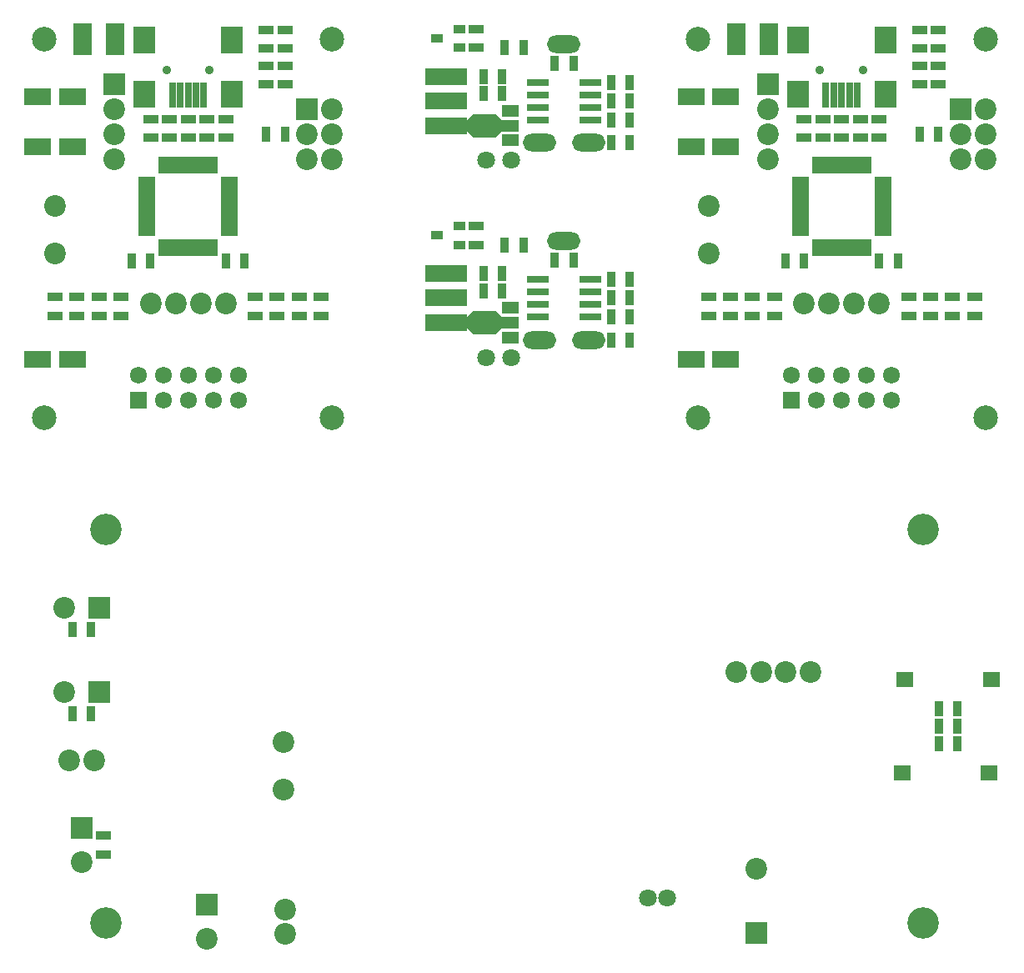
<source format=gbr>
G04 DipTrace 3.2.0.1*
G04 Âåðõíÿÿìàñêà.gbr*
%MOIN*%
G04 #@! TF.FileFunction,Soldermask,Top*
G04 #@! TF.Part,Single*
%AMOUTLINE4*
4,1,10,
0.104331,0.023622,
0.035095,0.023622,
0.011473,0.047244,
-0.078402,0.047244,
-0.104331,0.021316,
-0.104331,-0.021316,
-0.078402,-0.047244,
0.011473,-0.047244,
0.035095,-0.023622,
0.104331,-0.023622,
0.104331,0.023622,
0*%
%ADD73C,0.125984*%
%ADD74C,0.035433*%
%ADD75C,0.098425*%
%ADD78R,0.066929X0.047244*%
%ADD80O,0.133858X0.070866*%
%ADD82R,0.165354X0.066929*%
%ADD84R,0.086614X0.031496*%
%ADD86R,0.067874X0.067874*%
%ADD88C,0.067874*%
%ADD90R,0.086614X0.106299*%
%ADD92R,0.027559X0.098425*%
%ADD96R,0.074016X0.129921*%
%ADD102R,0.108268X0.070866*%
%ADD113R,0.049213X0.033465*%
%ADD118R,0.066929X0.062992*%
%ADD124C,0.070866*%
%ADD132R,0.019685X0.070866*%
%ADD134R,0.070866X0.019685*%
%ADD140C,0.086614*%
%ADD141R,0.059055X0.035433*%
%ADD143R,0.035433X0.059055*%
%ADD145C,0.086614*%
%ADD147R,0.086614X0.086614*%
%ADD158OUTLINE4*%
%FSLAX26Y26*%
G04*
G70*
G90*
G75*
G01*
G04 TopMask*
%LPD*%
D147*
X2933071Y157480D3*
D145*
Y413386D3*
D143*
X199852Y1034252D3*
X274655D3*
D147*
X306144Y1121753D3*
D140*
X168349D3*
D143*
X199852Y1371752D3*
X274655D3*
D147*
X306144Y1459251D3*
D140*
X168349D3*
D141*
X324753Y471849D3*
Y546652D3*
D147*
X237255Y578148D3*
D140*
Y440353D3*
D147*
X737253Y271900D3*
D140*
Y134105D3*
D143*
X3738189Y1053150D3*
X3663386D3*
D124*
X2500000Y299213D3*
X2578740D3*
D73*
X334646Y1771654D3*
X3602362D3*
Y196850D3*
X334646D3*
D143*
X3663386Y984252D3*
X3738189D3*
X3663386Y915354D3*
X3738189D3*
D118*
X3874016Y1171260D3*
X3527559D3*
X3864173Y797244D3*
X3517717D3*
D140*
X2854331Y1200787D3*
X2952756D3*
X3051181D3*
X3149606D3*
X286459Y846751D3*
X188034D3*
X1049755Y153790D3*
Y252215D3*
D145*
X1043307Y921772D3*
Y731772D3*
D102*
X200134Y3500181D3*
X62339D3*
X200134Y3300202D3*
X62339D3*
X200134Y2450291D3*
X62339D3*
D141*
X512446Y3412596D3*
Y3337793D3*
X812415Y3412596D3*
Y3337793D3*
D143*
X437549Y2844000D3*
X512352D3*
X887312D3*
X812509D3*
D132*
X554163Y2897373D3*
X573848D3*
X593533D3*
X613218D3*
X632903D3*
X652588D3*
X672273D3*
X691958D3*
X711643D3*
X731328D3*
X751013D3*
X770698D3*
D134*
X827785Y2954459D3*
Y2974144D3*
Y2993829D3*
Y3013514D3*
Y3033199D3*
Y3052885D3*
Y3072570D3*
Y3092255D3*
Y3111940D3*
Y3131625D3*
Y3151310D3*
Y3170995D3*
D132*
X770698Y3228081D3*
X751013D3*
X731328D3*
X711643D3*
X691958D3*
X672273D3*
X652588D3*
X632903D3*
X613218D3*
X593533D3*
X573848D3*
X554163D3*
D134*
X497076Y3170995D3*
Y3151310D3*
Y3131625D3*
Y3111940D3*
Y3092255D3*
Y3072570D3*
Y3052885D3*
Y3033199D3*
Y3013514D3*
Y2993829D3*
Y2974144D3*
Y2954459D3*
D96*
X371178Y3731407D3*
X241257D3*
D141*
X1049890Y3694005D3*
Y3768808D3*
X974898D3*
Y3694005D3*
D143*
X2127953Y3634252D3*
X2202756D3*
X2352953Y3316929D3*
X2427756D3*
X974992Y3350197D3*
X1049795D3*
D141*
X587438Y3337793D3*
Y3412596D3*
X1106386Y2699919D3*
Y2625115D3*
X1018895Y2699919D3*
Y2625115D3*
X737423Y3412596D3*
Y3337793D3*
X931404Y2699919D3*
Y2625115D3*
X662430Y3412596D3*
Y3337793D3*
X1193877Y2699919D3*
Y2625115D3*
X393709Y2700171D3*
Y2625367D3*
X131236Y2700171D3*
Y2625367D3*
X218727Y2700171D3*
Y2625367D3*
X306218Y2700171D3*
Y2625367D3*
X1049890Y3625073D3*
Y3550270D3*
X974898Y3625073D3*
Y3550270D3*
D92*
X725423Y3506714D3*
X693927D3*
X662430D3*
X630934D3*
X599438D3*
D90*
X837627Y3510651D3*
X487234D3*
X837627Y3727186D3*
X487234D3*
D74*
X749026Y3609076D3*
X575798D3*
D147*
X368711Y3550192D3*
D140*
Y3450192D3*
Y3350192D3*
Y3250192D3*
D147*
X1137375Y3450197D3*
D140*
X1237375D3*
X1137375Y3350197D3*
X1237375D3*
X1137375Y3250197D3*
X1237375D3*
X512430Y2675268D3*
X612430D3*
X712430D3*
X812430D3*
D88*
X862430Y2387803D3*
Y2287803D3*
X762430D3*
Y2387803D3*
X662430Y2287803D3*
Y2387803D3*
X562430Y2287803D3*
Y2387803D3*
X462430D3*
D86*
Y2287803D3*
D145*
X131236Y2873987D3*
Y3063987D3*
D75*
X1237500Y3731398D3*
X87500D3*
X87499Y2218896D3*
X1237629Y2218906D3*
D143*
X2352953Y3409252D3*
X2427756D3*
D84*
X2059055Y3559252D3*
Y3509252D3*
Y3459252D3*
Y3409252D3*
X2271654D3*
Y3459252D3*
Y3509252D3*
Y3559252D3*
D82*
X1692913Y3582677D3*
Y3484252D3*
Y3385827D3*
D124*
X1852854Y3246752D3*
X1952854D3*
D80*
X2066929Y3316929D3*
X2263780D3*
X2165354Y3710630D3*
D143*
X2352953Y3484252D3*
X2427756D3*
X2352953Y3559252D3*
X2427756D3*
D141*
X1815354Y3696850D3*
Y3771654D3*
D143*
X1917323Y3582677D3*
X1842520D3*
X2002756Y3696752D3*
X1927953D3*
D78*
X1950787Y3326772D3*
D158*
X1879921Y3385827D3*
D78*
X1950787Y3444882D3*
D143*
X1917323Y3513780D3*
X1842520D3*
D113*
X1748130Y3696850D3*
Y3771654D3*
X1657579Y3734252D3*
D143*
X2127953Y2846850D3*
X2202756D3*
X2352953Y2529528D3*
X2427756D3*
X2352953Y2621850D3*
X2427756D3*
D84*
X2059055Y2771850D3*
Y2721850D3*
Y2671850D3*
Y2621850D3*
X2271654D3*
Y2671850D3*
Y2721850D3*
Y2771850D3*
D82*
X1692913Y2795276D3*
Y2696850D3*
Y2598425D3*
D124*
X1852854Y2459350D3*
X1952854D3*
D80*
X2066929Y2529528D3*
X2263780D3*
X2165354Y2923228D3*
D143*
X2352953Y2696850D3*
X2427756D3*
X2352953Y2771850D3*
X2427756D3*
D141*
X1815354Y2909449D3*
Y2984252D3*
D143*
X1917323Y2795276D3*
X1842520D3*
X2002756Y2909350D3*
X1927953D3*
D78*
X1950787Y2539370D3*
D158*
X1879921Y2598425D3*
D78*
X1950787Y2657480D3*
D143*
X1917323Y2726378D3*
X1842520D3*
D113*
X1748130Y2909449D3*
Y2984252D3*
X1657579Y2946850D3*
D102*
X2812281Y3500181D3*
X2674486D3*
X2812281Y3300202D3*
X2674486D3*
X2812281Y2450291D3*
X2674486D3*
D141*
X3124593Y3412596D3*
Y3337793D3*
X3424562Y3412596D3*
Y3337793D3*
D143*
X3049696Y2844000D3*
X3124499D3*
X3499459D3*
X3424656D3*
D132*
X3166310Y2897373D3*
X3185995D3*
X3205680D3*
X3225365D3*
X3245050D3*
X3264735D3*
X3284420D3*
X3304105D3*
X3323790D3*
X3343475D3*
X3363160D3*
X3382845D3*
D134*
X3439932Y2954459D3*
Y2974144D3*
Y2993829D3*
Y3013514D3*
Y3033199D3*
Y3052885D3*
Y3072570D3*
Y3092255D3*
Y3111940D3*
Y3131625D3*
Y3151310D3*
Y3170995D3*
D132*
X3382845Y3228081D3*
X3363160D3*
X3343475D3*
X3323790D3*
X3304105D3*
X3284420D3*
X3264735D3*
X3245050D3*
X3225365D3*
X3205680D3*
X3185995D3*
X3166310D3*
D134*
X3109223Y3170995D3*
Y3151310D3*
Y3131625D3*
Y3111940D3*
Y3092255D3*
Y3072570D3*
Y3052885D3*
Y3033199D3*
Y3013514D3*
Y2993829D3*
Y2974144D3*
Y2954459D3*
D96*
X2983325Y3731407D3*
X2853404D3*
D141*
X3662037Y3694005D3*
Y3768808D3*
X3587045D3*
Y3694005D3*
D143*
X3587139Y3350197D3*
X3661942D3*
D141*
X3199585Y3337793D3*
Y3412596D3*
X3718533Y2699919D3*
Y2625115D3*
X3631042Y2699919D3*
Y2625115D3*
X3349570Y3412596D3*
Y3337793D3*
X3543551Y2699919D3*
Y2625115D3*
X3274577Y3412596D3*
Y3337793D3*
X3806024Y2699919D3*
Y2625115D3*
X3005856Y2700171D3*
Y2625367D3*
X2743383Y2700171D3*
Y2625367D3*
X2830874Y2700171D3*
Y2625367D3*
X2918365Y2700171D3*
Y2625367D3*
X3662037Y3625073D3*
Y3550270D3*
X3587045Y3625073D3*
Y3550270D3*
D92*
X3337570Y3506714D3*
X3306073D3*
X3274577D3*
X3243081D3*
X3211585D3*
D90*
X3449774Y3510651D3*
X3099381D3*
X3449774Y3727186D3*
X3099381D3*
D74*
X3361173Y3609076D3*
X3187945D3*
D147*
X2980858Y3550192D3*
D140*
Y3450192D3*
Y3350192D3*
Y3250192D3*
D147*
X3749522Y3450197D3*
D140*
X3849522D3*
X3749522Y3350197D3*
X3849522D3*
X3749522Y3250197D3*
X3849522D3*
X3124577Y2675268D3*
X3224577D3*
X3324577D3*
X3424577D3*
D88*
X3474577Y2387803D3*
Y2287803D3*
X3374577D3*
Y2387803D3*
X3274577Y2287803D3*
Y2387803D3*
X3174577Y2287803D3*
Y2387803D3*
X3074577D3*
D86*
Y2287803D3*
D145*
X2743383Y2873987D3*
Y3063987D3*
D75*
X3849647Y3731398D3*
X2699647D3*
X2699646Y2218896D3*
X3849776Y2218906D3*
M02*

</source>
